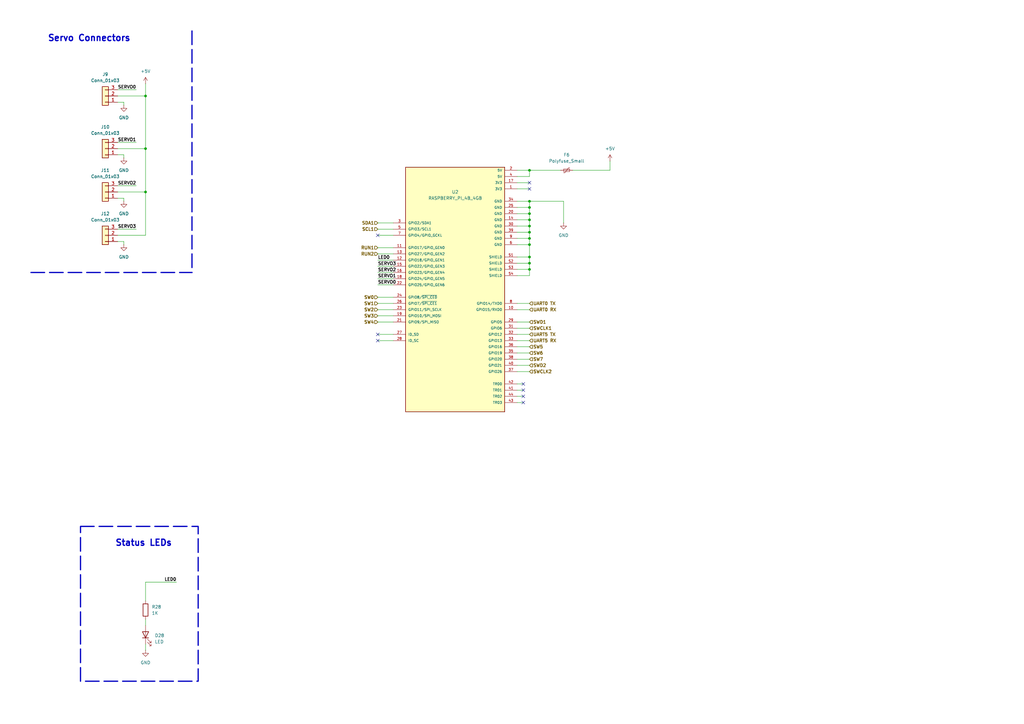
<source format=kicad_sch>
(kicad_sch (version 20231120) (generator "eeschema") (generator_version "8.0")
  (paper "A3")
  (title_block (title "Respberry Pi connections") (date "2024-08-22") (rev "1") (company "Cabrillo Robotics Club") (comment 1 "High level overview (IsaacWax)"))
  (lib_symbols
    (symbol "Connector_Generic:Conn_01x03" (pin_names (offset 1.016) hide)
      (property "Reference" "J" (at 0 5.08 0))
      (property "Value" "Conn_01x03" (at 0 -5.08 0))
      (symbol "Conn_01x03_1_1"
        (rectangle (start -1.27 -2.413) (end 0 -2.667) (stroke (width 0.1524)))
        (rectangle (start -1.27 0.127) (end 0 -0.127) (stroke (width 0.1524)))
        (rectangle (start -1.27 2.667) (end 0 2.413) (stroke (width 0.1524)))
        (rectangle (start -1.27 3.81) (end 1.27 -3.81) (stroke (width 0.254)) (fill (type background)))
        (pin passive line (at -5.08 2.54 0) (length 3.81) (name "Pin_1") (number "1"))
        (pin passive line (at -5.08 0 0) (length 3.81) (name "Pin_2") (number "2"))
        (pin passive line (at -5.08 -2.54 0) (length 3.81) (name "Pin_3") (number "3"))
      )
    )
    (symbol "Device:LED" (pin_numbers hide) (pin_names (offset 1.016) hide)
      (property "Reference" "D" (at 0 2.54 0))
      (property "Value" "LED" (at 0 -2.54 0))
      (symbol "LED_0_1"
        (polyline (pts (xy -1.27 -1.27) (xy -1.27 1.27)) (stroke (width 0.254)))
        (polyline (pts (xy -1.27 0) (xy 1.27 0)))
        (polyline (pts (xy 1.27 -1.27) (xy 1.27 1.27) (xy -1.27 0) (xy 1.27 -1.27)) (stroke (width 0.254)))
        (polyline (pts (xy -3.048 -0.762) (xy -4.572 -2.286) (xy -3.81 -2.286) (xy -4.572 -2.286) (xy -4.572 -1.524)))
        (polyline (pts (xy -1.778 -0.762) (xy -3.302 -2.286) (xy -2.54 -2.286) (xy -3.302 -2.286) (xy -3.302 -1.524)))
      )
      (symbol "LED_1_1"
        (pin passive line (at -3.81 0 0) (length 2.54) (name "K") (number "1"))
        (pin passive line (at 3.81 0 180) (length 2.54) (name "A") (number "2"))
      )
    )
    (symbol "Device:Polyfuse_Small" (pin_numbers hide) (pin_names (offset 0))
      (property "Reference" "F" (at -1.905 0 90))
      (property "Value" "Polyfuse_Small" (at 1.905 0 90))
      (symbol "Polyfuse_Small_0_1"
        (rectangle (start -0.508 1.27) (end 0.508 -1.27))
        (polyline (pts (xy 0 2.54) (xy 0 -2.54)))
        (polyline (pts (xy -1.016 1.27) (xy -1.016 0.762) (xy 1.016 -0.762) (xy 1.016 -1.27)))
      )
      (symbol "Polyfuse_Small_1_1"
        (pin passive line (at 0 2.54 270) (length 0.635) (name "~") (number "1"))
        (pin passive line (at 0 -2.54 90) (length 0.635) (name "~") (number "2"))
      )
    )
    (symbol "Device:R" (pin_numbers hide) (pin_names (offset 0))
      (property "Reference" "R" (at 2.032 0 90))
      (property "Value" "R" (at 0 0 90))
      (symbol "R_0_1"
        (rectangle (start -1.016 -2.54) (end 1.016 2.54) (stroke (width 0.254)))
      )
      (symbol "R_1_1"
        (pin passive line (at 0 3.81 270) (length 1.27) (name "~") (number "1"))
        (pin passive line (at 0 -3.81 90) (length 1.27) (name "~") (number "2"))
      )
    )
    (symbol "GND_1" (power) (pin_numbers hide) (pin_names (offset 0) hide)
      (property "Value" "GND" (at 0 -3.81 0))
      (symbol "GND_1_0_1"
        (polyline (pts (xy 0 0) (xy 0 -1.27) (xy 1.27 -1.27) (xy 0 -2.54) (xy -1.27 -1.27) (xy 0 -1.27)))
      )
      (symbol "GND_1_1_1"
        (pin power_in line (at 0 0 270) (length 0) (name "~") (number "1"))
      )
    )
    (symbol "power:+5V" (power) (pin_numbers hide) (pin_names (offset 0) hide)
      (property "Value" "+5V" (at 0 3.556 0))
      (symbol "+5V_0_1"
        (polyline (pts (xy -0.762 1.27) (xy 0 2.54)))
        (polyline (pts (xy 0 0) (xy 0 2.54)))
        (polyline (pts (xy 0 2.54) (xy 0.762 1.27)))
      )
      (symbol "+5V_1_1"
        (pin power_in line (at 0 0 90) (length 0) (name "~") (number "1"))
      )
    )
    (symbol "power:GND" (power) (pin_numbers hide) (pin_names (offset 0) hide)
      (property "Value" "GND" (at 0 -3.81 0))
      (symbol "GND_0_1"
        (polyline (pts (xy 0 0) (xy 0 -1.27) (xy 1.27 -1.27) (xy 0 -2.54) (xy -1.27 -1.27) (xy 0 -1.27)))
      )
      (symbol "GND_1_1"
        (pin power_in line (at 0 0 270) (length 0) (name "~") (number "1"))
      )
    )
    (symbol "raspberry_pi_4B:RASPBERRY_PI_4B_4GB" (pin_names (offset 1.016))
      (property "Reference" "U1" (at 0 38.1 0))
      (property "Value" "RASPBERRY_PI_4B_4GB" (at 0 35.56 0))
      (symbol "RASPBERRY_PI_4B_4GB_0_0"
        (rectangle (start -20.32 48.26) (end 20.32 -52.07) (stroke (width 0.254)) (fill (type background)))
        (pin power_in line (at 25.4 39.37 180) (length 5.08) (name "3V3") (number "1"))
        (pin bidirectional line (at 25.4 -10.16 180) (length 5.08) (name "GPIO15/RXD0") (number "10"))
        (pin bidirectional line (at -25.4 15.24 0) (length 5.08) (name "GPIO17/GPIO_GEN0") (number "11"))
        (pin bidirectional line (at -25.4 10.16 0) (length 5.08) (name "GPIO18/GPIO_GEN1") (number "12"))
        (pin bidirectional line (at -25.4 12.7 0) (length 5.08) (name "GPIO27/GPIO_GEN2") (number "13"))
        (pin power_in line (at 25.4 26.67 180) (length 5.08) (name "GND") (number "14"))
        (pin bidirectional line (at -25.4 7.62 0) (length 5.08) (name "GPIO22/GPIO_GEN3") (number "15"))
        (pin bidirectional line (at -25.4 5.08 0) (length 5.08) (name "GPIO23/GPIO_GEN4") (number "16"))
        (pin power_in line (at 25.4 41.91 180) (length 5.08) (name "3V3") (number "17"))
        (pin bidirectional line (at -25.4 2.54 0) (length 5.08) (name "GPIO24/GPIO_GEN5") (number "18"))
        (pin bidirectional line (at -25.4 -12.7 0) (length 5.08) (name "GPIO10/SPI_MOSI") (number "19"))
        (pin power_in line (at 25.4 46.99 180) (length 5.08) (name "5V") (number "2"))
        (pin power_in line (at 25.4 29.21 180) (length 5.08) (name "GND") (number "20"))
        (pin bidirectional line (at -25.4 -15.24 0) (length 5.08) (name "GPIO9/SPI_MISO") (number "21"))
        (pin bidirectional line (at -25.4 0 0) (length 5.08) (name "GPIO25/GPIO_GEN6") (number "22"))
        (pin bidirectional line (at -25.4 -10.16 0) (length 5.08) (name "GPIO11/SPI_SCLK") (number "23"))
        (pin bidirectional line (at -25.4 -5.08 0) (length 5.08) (name "GPIO8/~{SPI_CE0}") (number "24"))
        (pin power_in line (at 25.4 31.75 180) (length 5.08) (name "GND") (number "25"))
        (pin bidirectional line (at -25.4 -7.62 0) (length 5.08) (name "GPIO7/~{SPI_CE1}") (number "26"))
        (pin bidirectional line (at -25.4 -20.32 0) (length 5.08) (name "ID_SD") (number "27"))
        (pin bidirectional line (at -25.4 -22.86 0) (length 5.08) (name "ID_SC") (number "28"))
        (pin bidirectional line (at 25.4 -15.24 180) (length 5.08) (name "GPIO5") (number "29"))
        (pin bidirectional line (at -25.4 25.4 0) (length 5.08) (name "GPIO2/SDA1") (number "3"))
        (pin power_in line (at 25.4 24.13 180) (length 5.08) (name "GND") (number "30"))
        (pin bidirectional line (at 25.4 -17.78 180) (length 5.08) (name "GPIO6") (number "31"))
        (pin bidirectional line (at 25.4 -20.32 180) (length 5.08) (name "GPIO12") (number "32"))
        (pin bidirectional line (at 25.4 -22.86 180) (length 5.08) (name "GPIO13") (number "33"))
        (pin power_in line (at 25.4 34.29 180) (length 5.08) (name "GND") (number "34"))
        (pin bidirectional line (at 25.4 -27.94 180) (length 5.08) (name "GPIO19") (number "35"))
        (pin bidirectional line (at 25.4 -25.4 180) (length 5.08) (name "GPIO16") (number "36"))
        (pin bidirectional line (at 25.4 -35.56 180) (length 5.08) (name "GPIO26") (number "37"))
        (pin bidirectional line (at 25.4 -30.48 180) (length 5.08) (name "GPIO20") (number "38"))
        (pin power_in line (at 25.4 21.59 180) (length 5.08) (name "GND") (number "39"))
        (pin power_in line (at 25.4 44.45 180) (length 5.08) (name "5V") (number "4"))
        (pin bidirectional line (at 25.4 -33.02 180) (length 5.08) (name "GPIO21") (number "40"))
        (pin bidirectional line (at 25.4 -43.18 180) (length 5.08) (name "TR01") (number "41"))
        (pin bidirectional line (at 25.4 -40.64 180) (length 5.08) (name "TR00") (number "42"))
        (pin bidirectional line (at 25.4 -48.26 180) (length 5.08) (name "TR03") (number "43"))
        (pin bidirectional line (at 25.4 -45.72 180) (length 5.08) (name "TR02") (number "44"))
        (pin bidirectional line (at -25.4 22.86 0) (length 5.08) (name "GPIO3/SCL1") (number "5"))
        (pin power_in line (at 25.4 16.51 180) (length 5.08) (name "GND") (number "6"))
        (pin bidirectional line (at -25.4 20.32 0) (length 5.08) (name "GPIO4/GPIO_GCKL") (number "7"))
        (pin bidirectional line (at 25.4 -7.62 180) (length 5.08) (name "GPIO14/TXD0") (number "8"))
        (pin power_in line (at 25.4 19.05 180) (length 5.08) (name "GND") (number "9"))
        (pin power_in line (at 25.4 11.43 180) (length 5.08) (name "SHIELD") (number "S1"))
        (pin power_in line (at 25.4 8.89 180) (length 5.08) (name "SHIELD") (number "S2"))
        (pin power_in line (at 25.4 6.35 180) (length 5.08) (name "SHIELD") (number "S3"))
        (pin power_in line (at 25.4 3.81 180) (length 5.08) (name "SHIELD") (number "S4"))
      )
    )
  )
  (junction (at 217.17 110.49))
  (junction (at 217.17 105.41))
  (junction (at 217.17 69.85))
  (junction (at 59.69 78.74))
  (junction (at 217.17 82.55))
  (junction (at 59.69 60.96))
  (junction (at 217.17 90.17))
  (junction (at 217.17 97.79))
  (junction (at 217.17 107.95))
  (junction (at 217.17 85.09))
  (junction (at 217.17 92.71))
  (junction (at 217.17 100.33))
  (junction (at 217.17 95.25))
  (junction (at 217.17 87.63))
  (junction (at 59.69 39.37))
  (no_connect (at 214.63 165.1))
  (no_connect (at 154.94 96.52))
  (no_connect (at 217.17 77.47))
  (no_connect (at 154.94 139.7))
  (no_connect (at 154.94 137.16))
  (no_connect (at 217.17 74.93))
  (no_connect (at 214.63 160.02))
  (no_connect (at 214.63 157.48))
  (no_connect (at 214.63 162.56))
  (wire (pts (xy 50.8 63.5) (xy 50.8 64.77)))
  (wire (pts (xy 48.26 36.83) (xy 55.88 36.83)))
  (wire (pts (xy 154.94 132.08) (xy 161.29 132.08)))
  (wire (pts (xy 217.17 105.41) (xy 217.17 107.95)))
  (wire (pts (xy 59.69 60.96) (xy 59.69 78.74)))
  (wire (pts (xy 217.17 69.85) (xy 229.87 69.85)))
  (wire (pts (xy 48.26 58.42) (xy 55.88 58.42)))
  (wire (pts (xy 154.94 127) (xy 161.29 127)))
  (wire (pts (xy 217.17 72.39) (xy 217.17 69.85)))
  (wire (pts (xy 212.09 139.7) (xy 217.17 139.7)))
  (wire (pts (xy 212.09 77.47) (xy 217.17 77.47)))
  (wire (pts (xy 59.69 264.16) (xy 59.69 266.7)))
  (wire (pts (xy 48.26 99.06) (xy 50.8 99.06)))
  (wire (pts (xy 212.09 82.55) (xy 217.17 82.55)))
  (wire (pts (xy 154.94 116.84) (xy 161.29 116.84)))
  (wire (pts (xy 212.09 100.33) (xy 217.17 100.33)))
  (wire (pts (xy 212.09 132.08) (xy 217.17 132.08)))
  (wire (pts (xy 212.09 92.71) (xy 217.17 92.71)))
  (wire (pts (xy 212.09 87.63) (xy 217.17 87.63)))
  (wire (pts (xy 234.95 69.85) (xy 250.19 69.85)))
  (wire (pts (xy 212.09 105.41) (xy 217.17 105.41)))
  (wire (pts (xy 212.09 85.09) (xy 217.17 85.09)))
  (wire (pts (xy 59.69 238.76) (xy 72.39 238.76)))
  (wire (pts (xy 212.09 95.25) (xy 217.17 95.25)))
  (wire (pts (xy 154.94 109.22) (xy 161.29 109.22)))
  (wire (pts (xy 217.17 90.17) (xy 217.17 92.71)))
  (wire (pts (xy 154.94 111.76) (xy 161.29 111.76)))
  (polyline (pts (xy 12.7 111.76) (xy 78.74 111.76)) (stroke (width 0.508) (type dash)))
  (wire (pts (xy 212.09 142.24) (xy 217.17 142.24)))
  (wire (pts (xy 231.14 82.55) (xy 231.14 91.44)))
  (wire (pts (xy 48.26 39.37) (xy 59.69 39.37)))
  (wire (pts (xy 212.09 165.1) (xy 214.63 165.1)))
  (wire (pts (xy 250.19 66.04) (xy 250.19 69.85)))
  (wire (pts (xy 217.17 97.79) (xy 217.17 100.33)))
  (wire (pts (xy 59.69 39.37) (xy 59.69 34.29)))
  (wire (pts (xy 212.09 107.95) (xy 217.17 107.95)))
  (wire (pts (xy 212.09 137.16) (xy 217.17 137.16)))
  (wire (pts (xy 212.09 144.78) (xy 217.17 144.78)))
  (wire (pts (xy 212.09 147.32) (xy 217.17 147.32)))
  (wire (pts (xy 212.09 90.17) (xy 217.17 90.17)))
  (wire (pts (xy 154.94 93.98) (xy 161.29 93.98)))
  (wire (pts (xy 59.69 78.74) (xy 59.69 96.52)))
  (wire (pts (xy 212.09 152.4) (xy 217.17 152.4)))
  (wire (pts (xy 212.09 72.39) (xy 217.17 72.39)))
  (wire (pts (xy 48.26 96.52) (xy 59.69 96.52)))
  (wire (pts (xy 212.09 74.93) (xy 217.17 74.93)))
  (wire (pts (xy 212.09 124.46) (xy 217.17 124.46)))
  (wire (pts (xy 48.26 93.98) (xy 55.88 93.98)))
  (wire (pts (xy 50.8 81.28) (xy 50.8 82.55)))
  (wire (pts (xy 217.17 107.95) (xy 217.17 110.49)))
  (wire (pts (xy 48.26 76.2) (xy 55.88 76.2)))
  (wire (pts (xy 59.69 254) (xy 59.69 256.54)))
  (wire (pts (xy 217.17 87.63) (xy 217.17 90.17)))
  (wire (pts (xy 212.09 97.79) (xy 217.17 97.79)))
  (wire (pts (xy 217.17 82.55) (xy 231.14 82.55)))
  (wire (pts (xy 154.94 124.46) (xy 161.29 124.46)))
  (wire (pts (xy 212.09 162.56) (xy 214.63 162.56)))
  (wire (pts (xy 154.94 139.7) (xy 161.29 139.7)))
  (wire (pts (xy 154.94 137.16) (xy 161.29 137.16)))
  (wire (pts (xy 59.69 238.76) (xy 59.69 246.38)))
  (wire (pts (xy 212.09 110.49) (xy 217.17 110.49)))
  (wire (pts (xy 212.09 157.48) (xy 214.63 157.48)))
  (wire (pts (xy 217.17 82.55) (xy 217.17 85.09)))
  (wire (pts (xy 212.09 127) (xy 217.17 127)))
  (wire (pts (xy 212.09 134.62) (xy 217.17 134.62)))
  (wire (pts (xy 154.94 96.52) (xy 161.29 96.52)))
  (wire (pts (xy 59.69 39.37) (xy 59.69 60.96)))
  (wire (pts (xy 50.8 41.91) (xy 50.8 43.18)))
  (wire (pts (xy 154.94 101.6) (xy 161.29 101.6)))
  (wire (pts (xy 217.17 92.71) (xy 217.17 95.25)))
  (wire (pts (xy 48.26 81.28) (xy 50.8 81.28)))
  (polyline (pts (xy 78.74 12.7) (xy 78.74 111.76)) (stroke (width 0.508) (type dash)))
  (wire (pts (xy 217.17 113.03) (xy 212.09 113.03)))
  (wire (pts (xy 217.17 69.85) (xy 212.09 69.85)))
  (wire (pts (xy 212.09 149.86) (xy 217.17 149.86)))
  (wire (pts (xy 217.17 100.33) (xy 217.17 105.41)))
  (wire (pts (xy 48.26 78.74) (xy 59.69 78.74)))
  (wire (pts (xy 154.94 114.3) (xy 161.29 114.3)))
  (wire (pts (xy 154.94 104.14) (xy 161.29 104.14)))
  (wire (pts (xy 212.09 160.02) (xy 214.63 160.02)))
  (wire (pts (xy 48.26 41.91) (xy 50.8 41.91)))
  (wire (pts (xy 154.94 106.68) (xy 161.29 106.68)))
  (wire (pts (xy 154.94 129.54) (xy 161.29 129.54)))
  (wire (pts (xy 154.94 91.44) (xy 161.29 91.44)))
  (wire (pts (xy 217.17 110.49) (xy 217.17 113.03)))
  (wire (pts (xy 154.94 121.92) (xy 161.29 121.92)))
  (wire (pts (xy 48.26 60.96) (xy 59.69 60.96)))
  (wire (pts (xy 217.17 95.25) (xy 217.17 97.79)))
  (wire (pts (xy 50.8 99.06) (xy 50.8 100.33)))
  (wire (pts (xy 48.26 63.5) (xy 50.8 63.5)))
  (wire (pts (xy 217.17 85.09) (xy 217.17 87.63)))
  (rectangle (start 33.02 215.9) (end 81.28 279.4) (stroke (width 0.508) (type dash)))
  (text "Servo Connectors" (at 36.576 15.748 0) (effects (font (size 2.54 2.54) (thickness 0.508) (bold yes))))
  (text "Status LEDs" (at 58.928 222.758 0) (effects (font (size 2.54 2.54) (thickness 0.508) (bold yes))))
  (label "SERVO3" (at 55.88 93.98 180) (effects (font (bold yes))))
  (label "LED0" (at 72.39 238.76 180) (effects (font (bold yes))))
  (label "SERVO1" (at 55.88 58.42 180) (effects (font (bold yes))))
  (label "SERVO3" (at 154.94 109.22 0) (effects (font (bold yes))))
  (label "SERVO0" (at 55.88 36.83 180) (effects (font (bold yes))))
  (label "SERVO1" (at 154.94 114.3 0) (effects (font (bold yes))))
  (label "SERVO0" (at 154.94 116.84 0) (effects (font (bold yes))))
  (label "SERVO2" (at 55.88 76.2 180) (effects (font (bold yes))))
  (label "LED0" (at 154.94 106.68 0) (effects (font (bold yes))))
  (label "SERVO2" (at 154.94 111.76 0) (effects (font (bold yes))))
  (hierarchical_label "UART5 TX" (shape input) (at 217.17 137.16 0) (effects (font (bold yes))))
  (hierarchical_label "SWCLK2" (shape input) (at 217.17 152.4 0) (effects (font (bold yes))))
  (hierarchical_label "SW4" (shape input) (at 154.94 132.08 180) (effects (font (bold yes))))
  (hierarchical_label "UART5 RX" (shape input) (at 217.17 139.7 0) (effects (font (bold yes))))
  (hierarchical_label "RUN1" (shape input) (at 154.94 101.6 180) (effects (font (bold yes))))
  (hierarchical_label "SW2" (shape input) (at 154.94 127 180) (effects (font (bold yes))))
  (hierarchical_label "SCL1" (shape input) (at 154.94 93.98 180) (effects (font (bold yes))))
  (hierarchical_label "SDA1" (shape input) (at 154.94 91.44 180) (effects (font (bold yes))))
  (hierarchical_label "SW6" (shape input) (at 217.17 144.78 0) (effects (font (bold yes))))
  (hierarchical_label "SW0" (shape input) (at 154.94 121.92 180) (effects (font (bold yes))))
  (hierarchical_label "SWCLK1" (shape input) (at 217.17 134.62 0) (effects (font (bold yes))))
  (hierarchical_label "SW3" (shape input) (at 154.94 129.54 180) (effects (font (bold yes))))
  (hierarchical_label "SWD1" (shape input) (at 217.17 132.08 0) (effects (font (bold yes))))
  (hierarchical_label "RUN2" (shape input) (at 154.94 104.14 180) (effects (font (bold yes))))
  (hierarchical_label "SW1" (shape input) (at 154.94 124.46 180) (effects (font (bold yes))))
  (hierarchical_label "SWD2" (shape input) (at 217.17 149.86 0) (effects (font (bold yes))))
  (hierarchical_label "SW5" (shape input) (at 217.17 142.24 0) (effects (font (bold yes))))
  (hierarchical_label "SW7" (shape input) (at 217.17 147.32 0) (effects (font (bold yes))))
  (hierarchical_label "UART0 RX" (shape input) (at 217.17 127 0) (effects (font (bold yes))))
  (hierarchical_label "UART0 TX" (shape input) (at 217.17 124.46 0) (effects (font (bold yes))))
  (symbol (lib_name "GND_1") (lib_id "power:GND") (at 50.8 82.55 0) (unit 1)
    (property "Reference" "#PWR056" (effects (hide yes)))
    (property "Value" "GND" (at 50.8 87.63 0))
    (property "Description" "Power symbol creates a global label with name \"GND\" , ground" (effects (hide yes)))
  )
  (symbol (lib_id "raspberry_pi_4B:RASPBERRY_PI_4B_4GB") (at 186.69 116.84 0) (unit 1)
    (property "Reference" "U2" (at 186.69 78.74 0))
    (property "Value" "RASPBERRY_PI_4B_4GB" (at 186.69 81.28 0))
  )
  (symbol (lib_id "Device:R") (at 59.69 250.19 0) (unit 1)
    (property "Reference" "R28" (at 62.23 248.9199 0) (effects (justify left)))
    (property "Value" "1K" (at 62.23 251.4599 0) (effects (justify left)))
    (property "Description" "Resistor" (effects (hide yes)))
  )
  (symbol (lib_id "Connector_Generic:Conn_01x03") (at 43.18 60.96 180) (unit 1)
    (property "Reference" "J10" (at 43.18 52.07 0))
    (property "Value" "Conn_01x03" (at 43.18 54.61 0))
    (property "Description" "Generic connector, single row, 01x03, script generated (kicad-library-utils/schlib/autogen/connector/)" (effects (hide yes)))
  )
  (symbol (lib_name "GND_1") (lib_id "power:GND") (at 50.8 64.77 0) (unit 1)
    (property "Reference" "#PWR053" (effects (hide yes)))
    (property "Value" "GND" (at 50.8 69.85 0))
    (property "Description" "Power symbol creates a global label with name \"GND\" , ground" (effects (hide yes)))
  )
  (symbol (lib_id "Device:LED") (at 59.69 260.35 90) (unit 1)
    (property "Reference" "D28" (at 63.5 260.6674 90) (effects (justify right)))
    (property "Value" "LED" (at 63.5 263.2074 90) (effects (justify right)))
    (property "Description" "Light emitting diode" (effects (hide yes)))
  )
  (symbol (lib_id "Connector_Generic:Conn_01x03") (at 43.18 78.74 180) (unit 1)
    (property "Reference" "J11" (at 43.18 69.85 0))
    (property "Value" "Conn_01x03" (at 43.18 72.39 0))
    (property "Description" "Generic connector, single row, 01x03, script generated (kicad-library-utils/schlib/autogen/connector/)" (effects (hide yes)))
  )
  (symbol (lib_id "Connector_Generic:Conn_01x03") (at 43.18 39.37 180) (unit 1)
    (property "Reference" "J9" (at 43.18 30.48 0))
    (property "Value" "Conn_01x03" (at 43.18 33.02 0))
    (property "Description" "Generic connector, single row, 01x03, script generated (kicad-library-utils/schlib/autogen/connector/)" (effects (hide yes)))
  )
  (symbol (lib_id "power:GND") (at 231.14 91.44 0) (unit 1)
    (property "Reference" "#PWR027" (effects (hide yes)))
    (property "Value" "GND" (at 231.14 96.52 0))
    (property "Description" "Power symbol creates a global label with name \"GND\" , ground" (effects (hide yes)))
  )
  (symbol (lib_id "power:+5V") (at 59.69 34.29 0) (unit 1)
    (property "Reference" "#PWR052" (effects (hide yes)))
    (property "Value" "+5V" (at 59.69 29.21 0))
    (property "Description" "Power symbol creates a global label with name \"+5V\"" (effects (hide yes)))
  )
  (symbol (lib_name "GND_1") (lib_id "power:GND") (at 50.8 43.18 0) (unit 1)
    (property "Reference" "#PWR051" (effects (hide yes)))
    (property "Value" "GND" (at 50.8 48.26 0))
    (property "Description" "Power symbol creates a global label with name \"GND\" , ground" (effects (hide yes)))
  )
  (symbol (lib_id "Device:Polyfuse_Small") (at 232.41 69.85 90) (unit 1)
    (property "Reference" "F6" (at 232.41 63.5 90))
    (property "Value" "Polyfuse_Small" (at 232.41 66.04 90))
    (property "Description" "Resettable fuse, polymeric positive temperature coefficient, small symbol" (effects (hide yes)))
  )
  (symbol (lib_name "GND_1") (lib_id "power:GND") (at 59.69 266.7 0) (unit 1)
    (property "Reference" "#PWR054" (effects (hide yes)))
    (property "Value" "GND" (at 59.69 271.78 0))
    (property "Description" "Power symbol creates a global label with name \"GND\" , ground" (effects (hide yes)))
  )
  (symbol (lib_name "GND_1") (lib_id "power:GND") (at 50.8 100.33 0) (unit 1)
    (property "Reference" "#PWR058" (effects (hide yes)))
    (property "Value" "GND" (at 50.8 105.41 0))
    (property "Description" "Power symbol creates a global label with name \"GND\" , ground" (effects (hide yes)))
  )
  (symbol (lib_id "Connector_Generic:Conn_01x03") (at 43.18 96.52 180) (unit 1)
    (property "Reference" "J12" (at 43.18 87.63 0))
    (property "Value" "Conn_01x03" (at 43.18 90.17 0))
    (property "Description" "Generic connector, single row, 01x03, script generated (kicad-library-utils/schlib/autogen/connector/)" (effects (hide yes)))
  )
  (symbol (lib_id "power:+5V") (at 250.19 66.04 0) (unit 1)
    (property "Reference" "#PWR028" (effects (hide yes)))
    (property "Value" "+5V" (at 250.19 60.96 0))
    (property "Description" "Power symbol creates a global label with name \"+5V\"" (effects (hide yes)))
  )
)
</source>
